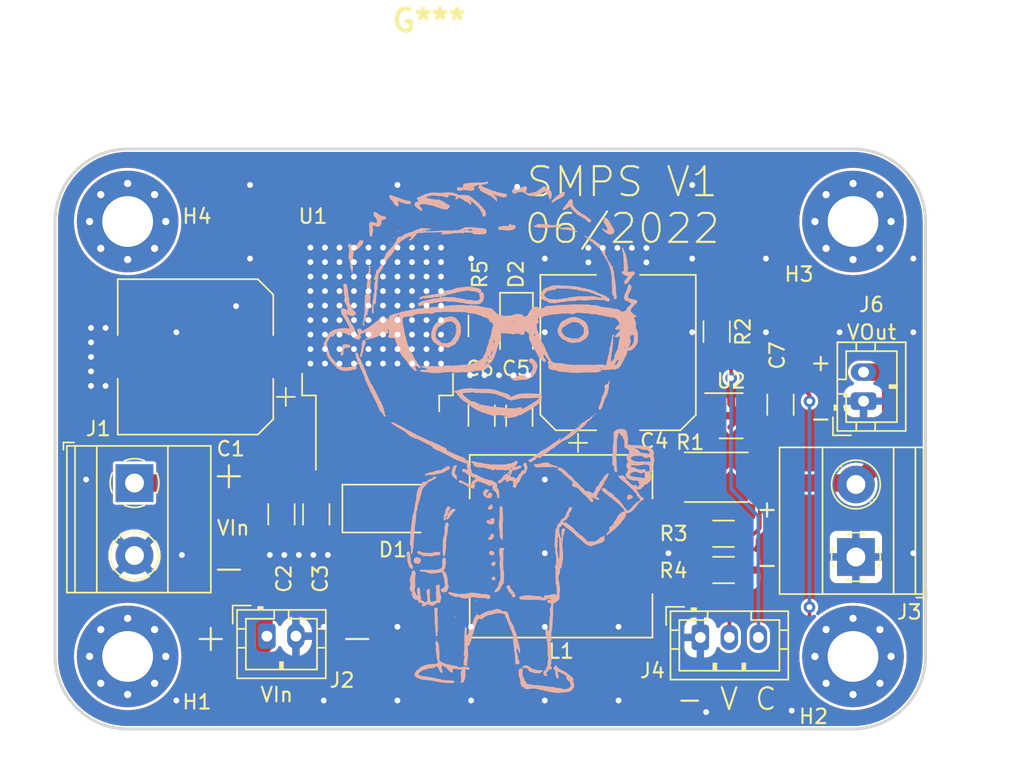
<source format=kicad_pcb>
(kicad_pcb (version 20211014) (generator pcbnew)
  (layers (0 "F.Cu" signal) (31 "B.Cu" signal) (34 "B.Paste" user) (35 "F.Paste" user) (36 "B.SilkS" user "B.Silkscreen") (37 "F.SilkS" user "F.Silkscreen") (38 "B.Mask" user) (39 "F.Mask" user) (44 "Edge.Cuts" user))
  (net 0 "")
  (net 1 "GND")
  (net 2 "Net-(C4-Pad1)")
  (net 3 "Net-(D1-Pad1)")
  (net 4 "Net-(J3-Pad2)")
  (net 5 "Net-(D2-Pad1)")
  (net 6 "VS")
  (net 7 "VOLT_SENSE")
  (net 8 "CURRENT_SENSE")
  (footprint "Capacitor_SMD:C_1206_3216Metric" (layer "F.Cu") (at 129.4 138.4 90)
    (fp_text reference "C6" (at 3.2612 -0.1236 180) (layer "F.SilkS"))
    (fp_text value "10nF")
    (pad "1" smd roundrect (at -1.475 0 90) (size 1.15 1.8) (layers "F.Cu" "F.Paste" "F.Mask") (roundrect_rratio 0.2173913043) (net 2 "Net-(C4-Pad1)"))
    (pad "2" smd roundrect (at 1.475 0 90) (size 1.15 1.8) (layers "F.Cu" "F.Paste" "F.Mask") (roundrect_rratio 0.2173913043) (net 1 "GND"))
  )
  (footprint "Connector_JST:JST_PH_B2B-PH-K_1x02_P2.00mm_Vertical" (layer "F.Cu") (at 114.6 153.6)
    (fp_text reference "J2" (at 5.1764 3.0388) (layer "F.SilkS"))
    (fp_text value "Conn_01x02_Male")
    (pad "1" thru_hole roundrect (at 0 0) (size 1.2 1.75) (drill 0.75) (layers *.Cu *.Mask) (roundrect_rratio 0.2083333333) (net 6 "VS"))
    (pad "2" thru_hole oval (at 2 0) (size 1.2 1.75) (drill 0.75) (layers *.Cu *.Mask) (net 1 "GND"))
  )
  (footprint "Capacitor_SMD:CP_Elec_10x12.5" (layer "F.Cu") (at 109.6764 134.3388 180)
    (fp_text reference "C1" (at -2.4264 -6.3388 180) (layer "F.SilkS"))
    (fp_text value "680uF")
    (pad "1" smd roundrect (at -4.2 0 180) (size 4.4 2.5) (layers "F.Cu" "F.Paste" "F.Mask") (roundrect_rratio 0.1) (net 6 "VS"))
    (pad "2" smd roundrect (at 4.2 0 180) (size 4.4 2.5) (layers "F.Cu" "F.Paste" "F.Mask") (roundrect_rratio 0.1) (net 1 "GND"))
  )
  (footprint "MountingHole:MountingHole_3.5mm_Pad_Via" (layer "F.Cu") (at 155 125)
    (fp_text reference "H3" (at -3.7236 3.6388) (layer "F.SilkS"))
    (fp_text value "MountingHole")
    (pad "1" thru_hole circle locked (at 0 -2.625) (size 0.8 0.8) (drill 0.5) (layers *.Cu *.Mask))
    (pad "1" thru_hole circle locked (at 0 2.625) (size 0.8 0.8) (drill 0.5) (layers *.Cu *.Mask))
    (pad "1" thru_hole circle locked (at -1.856155 1.856155) (size 0.8 0.8) (drill 0.5) (layers *.Cu *.Mask))
    (pad "1" thru_hole circle locked (at -2.625 0) (size 0.8 0.8) (drill 0.5) (layers *.Cu *.Mask))
    (pad "1" thru_hole circle locked (at 1.856155 -1.856155) (size 0.8 0.8) (drill 0.5) (layers *.Cu *.Mask))
    (pad "1" thru_hole circle locked (at 0 0) (size 7 7) (drill 3.5) (layers *.Cu *.Mask))
    (pad "1" thru_hole circle locked (at 1.856155 1.856155) (size 0.8 0.8) (drill 0.5) (layers *.Cu *.Mask))
    (pad "1" thru_hole circle locked (at 2.625 0) (size 0.8 0.8) (drill 0.5) (layers *.Cu *.Mask))
    (pad "1" thru_hole circle locked (at -1.856155 -1.856155) (size 0.8 0.8) (drill 0.5) (layers *.Cu *.Mask))
  )
  (footprint "Capacitor_SMD:C_1206_3216Metric" (layer "F.Cu") (at 150 137.6388 -90)
    (fp_text reference "C7" (at -3.4 0.2236 90) (layer "F.SilkS"))
    (fp_text value "100nF")
    (pad "1" smd roundrect (at -1.475 0 270) (size 1.15 1.8) (layers "F.Cu" "F.Paste" "F.Mask") (roundrect_rratio 0.2173913043) (net 6 "VS"))
    (pad "2" smd roundrect (at 1.475 0 270) (size 1.15 1.8) (layers "F.Cu" "F.Paste" "F.Mask") (roundrect_rratio 0.2173913043) (net 1 "GND"))
  )
  (footprint "MountingHole:MountingHole_3.5mm_Pad_Via" (layer "F.Cu") (at 155 155)
    (fp_text reference "H2" (at -2.7236 4.1388) (layer "F.SilkS"))
    (fp_text value "MountingHole")
    (pad "1" thru_hole circle locked (at 0 0) (size 7 7) (drill 3.5) (layers *.Cu *.Mask))
    (pad "1" thru_hole circle locked (at 0 2.625) (size 0.8 0.8) (drill 0.5) (layers *.Cu *.Mask))
    (pad "1" thru_hole circle locked (at -2.625 0) (size 0.8 0.8) (drill 0.5) (layers *.Cu *.Mask))
    (pad "1" thru_hole circle locked (at 2.625 0) (size 0.8 0.8) (drill 0.5) (layers *.Cu *.Mask))
    (pad "1" thru_hole circle locked (at 1.856155 1.856155) (size 0.8 0.8) (drill 0.5) (layers *.Cu *.Mask))
    (pad "1" thru_hole circle locked (at -1.856155 1.856155) (size 0.8 0.8) (drill 0.5) (layers *.Cu *.Mask))
    (pad "1" thru_hole circle locked (at 1.856155 -1.856155) (size 0.8 0.8) (drill 0.5) (layers *.Cu *.Mask))
    (pad "1" thru_hole circle locked (at 0 -2.625) (size 0.8 0.8) (drill 0.5) (layers *.Cu *.Mask))
    (pad "1" thru_hole circle locked (at -1.856155 -1.856155) (size 0.8 0.8) (drill 0.5) (layers *.Cu *.Mask))
  )
  (footprint "Capacitor_SMD:CP_Elec_10x10.5" (layer "F.Cu") (at 138.8064 134.0413 90)
    (fp_text reference "C4" (at -6.0975 2.4936 180) (layer "F.SilkS"))
    (fp_text value "220uF")
    (pad "1" smd roundrect (at -4.2 0 90) (size 4.4 2.5) (layers "F.Cu" "F.Paste" "F.Mask") (roundrect_rratio 0.1) (net 2 "Net-(C4-Pad1)"))
    (pad "2" smd roundrect (at 4.2 0 90) (size 4.4 2.5) (layers "F.Cu" "F.Paste" "F.Mask") (roundrect_rratio 0.1) (net 1 "GND"))
  )
  (footprint "Resistor_SMD:R_1206_3216Metric" (layer "F.Cu") (at 146.0764 149.0388 180)
    (fp_text reference "R4" (at 3.46 -0.04) (layer "F.SilkS"))
    (fp_text value "100K")
    (pad "1" smd roundrect (at -1.4625 0 180) (size 1.125 1.75) (layers "F.Cu" "F.Paste" "F.Mask") (roundrect_rratio 0.2222222222) (net 1 "GND"))
    (pad "2" smd roundrect (at 1.4625 0 180) (size 1.125 1.75) (layers "F.Cu" "F.Paste" "F.Mask") (roundrect_rratio 0.2222222222) (net 7 "VOLT_SENSE"))
  )
  (footprint "Capacitor_SMD:C_1206_3216Metric" (layer "F.Cu") (at 115.6 145.2 -90)
    (fp_text reference "C2" (at 4.4388 -0.1764 90) (layer "F.SilkS"))
    (fp_text value "100nF")
    (pad "1" smd roundrect (at -1.475 0 270) (size 1.15 1.8) (layers "F.Cu" "F.Paste" "F.Mask") (roundrect_rratio 0.2173913043) (net 6 "VS"))
    (pad "2" smd roundrect (at 1.475 0 270) (size 1.15 1.8) (layers "F.Cu" "F.Paste" "F.Mask") (roundrect_rratio 0.2173913043) (net 1 "GND"))
  )
  (footprint "TerminalBlock_Phoenix:TerminalBlock_Phoenix_MKDS-1,5-2_1x02_P5.00mm_Horizontal" (layer "F.Cu") (at 155.2 148.14 90)
    (fp_text reference "J3" (at -3.7988 3.6764 180) (layer "F.SilkS"))
    (fp_text value "Screw_Terminal_01x02")
    (pad "1" thru_hole rect (at 0 0 90) (size 2.6 2.6) (drill 1.3) (layers *.Cu *.Mask) (net 1 "GND"))
    (pad "2" thru_hole circle (at 5 0 90) (size 2.6 2.6) (drill 1.3) (layers *.Cu *.Mask) (net 4 "Net-(J3-Pad2)"))
  )
  (footprint "Package_TO_SOT_SMD:TO-263-5_TabPin3" (layer "F.Cu") (at 122.225 134.05 90)
    (fp_text reference "U1" (at 9.4112 -4.4486 180) (layer "F.SilkS"))
    (fp_text value "LM2596S-3.3")
    (pad "1" smd rect (at -5.775 -3.4 90) (size 4.6 1.1) (layers "F.Cu" "F.Paste" "F.Mask") (net 6 "VS"))
    (pad "2" smd rect (at -5.775 -1.7 90) (size 4.6 1.1) (layers "F.Cu" "F.Paste" "F.Mask") (net 3 "Net-(D1-Pad1)"))
    (pad "3" smd rect (at -5.775 0 90) (size 4.6 1.1) (layers "F.Cu" "F.Paste" "F.Mask") (net 1 "GND"))
    (pad "3" smd rect (at 3.375 0 90) (size 9.4 10.8) (layers "F.Cu" "F.Mask") (net 1 "GND"))
    (pad "4" smd rect (at -5.775 1.7 90) (size 4.6 1.1) (layers "F.Cu" "F.Paste" "F.Mask") (net 2 "Net-(C4-Pad1)"))
    (pad "5" smd rect (at -5.775 3.4 90) (size 4.6 1.1) (layers "F.Cu" "F.Paste" "F.Mask") (net 1 "GND"))
  )
  (footprint "Resistor_SMD:R_1206_3216Metric" (layer "F.Cu") (at 129.4 132.2 90)
    (fp_text reference "R5" (at 3.5612 -0.1236 90) (layer "F.SilkS"))
    (fp_text value "330")
    (pad "1" smd roundrect (at -1.4625 0 90) (size 1.125 1.75) (layers "F.Cu" "F.Paste" "F.Mask") (roundrect_rratio 0.2222222222) (net 1 "GND"))
    (pad "2" smd roundrect (at 1.4625 0 90) (size 1.125 1.75) (layers "F.Cu" "F.Paste" "F.Mask") (roundrect_rratio 0.2222222222) (net 5 "Net-(D2-Pad1)"))
  )
  (footprint "Connector_JST:JST_PH_B3B-PH-K_1x03_P2.00mm_Vertical" (layer "F.Cu") (at 144.4764 153.6888)
    (fp_text reference "J4" (at -3.3 2.2888) (layer "F.SilkS"))
    (fp_text value "Conn_01x03_Male")
    (pad "1" thru_hole roundrect (at 0 0) (size 1.2 1.75) (drill 0.75) (layers *.Cu *.Mask) (roundrect_rratio 0.2083333333) (net 1 "GND"))
    (pad "2" thru_hole oval (at 2 0) (size 1.2 1.75) (drill 0.75) (layers *.Cu *.Mask) (net 7 "VOLT_SENSE"))
    (pad "3" thru_hole oval (at 4 0) (size 1.2 1.75) (drill 0.75) (layers *.Cu *.Mask) (net 8 "CURRENT_SENSE"))
  )
  (footprint "Resistor_SMD:R_1206_3216Metric" (layer "F.Cu") (at 146.0764 146.5388)
    (fp_text reference "R3" (at -3.44 -0.01) (layer "F.SilkS"))
    (fp_text value "100K")
    (pad "1" smd roundrect (at -1.4625 0) (size 1.125 1.75) (layers "F.Cu" "F.Paste" "F.Mask") (roundrect_rratio 0.2222222222) (net 7 "VOLT_SENSE"))
    (pad "2" smd roundrect (at 1.4625 0) (size 1.125 1.75) (layers "F.Cu" "F.Paste" "F.Mask") (roundrect_rratio 0.2222222222) (net 4 "Net-(J3-Pad2)"))
  )
  (footprint "Resistor_SMD:R_1206_3216Metric" (layer "F.Cu") (at 145.6 132.6 -90)
    (fp_text reference "R2" (at 0 -1.82 90) (layer "F.SilkS"))
    (fp_text value "10K")
    (pad "1" smd roundrect (at -1.4625 0 270) (size 1.125 1.75) (layers "F.Cu" "F.Paste" "F.Mask") (roundrect_rratio 0.2222222222) (net 1 "GND"))
    (pad "2" smd roundrect (at 1.4625 0 270) (size 1.125 1.75) (layers "F.Cu" "F.Paste" "F.Mask") (roundrect_rratio 0.2222222222) (net 8 "CURRENT_SENSE"))
  )
  (footprint "Package_TO_SOT_SMD:SOT-23-5" (layer "F.Cu") (at 146.6 138.4)
    (fp_text reference "U2" (at 0 -2.4) (layer "F.SilkS"))
    (fp_text value "INA169")
    (pad "1" smd roundrect (at -1.1375 -0.95) (size 1.325 0.6) (layers "F.Cu" "F.Paste" "F.Mask") (net 8 "CURRENT_SENSE"))
    (pad "2" smd roundrect (at -1.1375 0) (size 1.325 0.6) (layers "F.Cu" "F.Paste" "F.Mask") (net 1 "GND"))
    (pad "3" smd roundrect (at -1.1375 0.95) (size 1.325 0.6) (layers "F.Cu" "F.Paste" "F.Mask") (net 2 "Net-(C4-Pad1)"))
    (pad "4" smd roundrect (at 1.1375 0.95) (size 1.325 0.6) (layers "F.Cu" "F.Paste" "F.Mask") (net 4 "Net-(J3-Pad2)"))
    (pad "5" smd roundrect (at 1.1375 -0.95) (size 1.325 0.6) (layers "F.Cu" "F.Paste" "F.Mask") (net 6 "VS"))
  )
  (footprint "Resistor_SMD:R_2512_6332Metric" (layer "F.Cu") (at 145.5764 142.6388)
    (fp_text reference "R1" (at -1.8 -2.4) (layer "F.SilkS"))
    (fp_text value "0.1 2W")
    (pad "1" smd roundrect (at -2.9625 0) (size 1.225 3.35) (layers "F.Cu" "F.Paste" "F.Mask") (roundrect_rratio 0.2040816327) (net 2 "Net-(C4-Pad1)"))
    (pad "2" smd roundrect (at 2.9625 0) (size 1.225 3.35) (layers "F.Cu" "F.Paste" "F.Mask") (roundrect_rratio 0.2040816327) (net 4 "Net-(J3-Pad2)"))
  )
  (footprint "MountingHole:MountingHole_3.5mm_Pad_Via" (layer "F.Cu") (at 105 125)
    (fp_text reference "H4" (at 4.7764 -0.3612) (layer "F.SilkS"))
    (fp_text value "MountingHole")
    (pad "1" thru_hole circle locked (at 0 0) (size 7 7) (drill 3.5) (layers *.Cu *.Mask))
    (pad "1" thru_hole circle locked (at -2.625 0) (size 0.8 0.8) (drill 0.5) (layers *.Cu *.Mask))
    (pad "1" thru_hole circle locked (at 0 2.625) (size 0.8 0.8) (drill 0.5) (layers *.Cu *.Mask))
    (pad "1" thru_hole circle locked (at 2.625 0) (size 0.8 0.8) (drill 0.5) (layers *.Cu *.Mask))
    (pad "1" thru_hole circle locked (at 0 -2.625) (size 0.8 0.8) (drill 0.5) (layers *.Cu *.Mask))
    (pad "1" thru_hole circle locked (at 1.856155 -1.856155) (size 0.8 0.8) (drill 0.5) (layers *.Cu *.Mask))
    (pad "1" thru_hole circle locked (at -1.856155 1.856155) (size 0.8 0.8) (drill 0.5) (layers *.Cu *.Mask))
    (pad "1" thru_hole circle locked (at -1.856155 -1.856155) (size 0.8 0.8) (drill 0.5) (layers *.Cu *.Mask))
    (pad "1" thru_hole circle locked (at 1.856155 1.856155) (size 0.8 0.8) (drill 0.5) (layers *.Cu *.Mask))
  )
  (footprint "Diode_SMD:D_SMA" (layer "F.Cu") (at 123.2 144.8)
    (fp_text reference "D1" (at 0.0764 2.8388) (layer "F.SilkS"))
    (fp_text value "1N5821")
    (pad "1" smd rect (at -2 0) (size 2.5 1.8) (layers "F.Cu" "F.Paste" "F.Mask") (net 3 "Net-(D1-Pad1)"))
    (pad "2" smd rect (at 2 0) (size 2.5 1.8) (layers "F.Cu" "F.Paste" "F.Mask") (net 1 "GND"))
  )
  (footprint "LED_SMD:LED_1206_3216Metric" (layer "F.Cu") (at 131.8 132.2 -90)
    (fp_text reference "D2" (at -3.5612 0.0236 90) (layer "F.SilkS"))
    (fp_text value "LED")
    (pad "1" smd roundrect (at -1.4 0 270) (size 1.25 1.75) (layers "F.Cu" "F.Paste" "F.Mask") (roundrect_rratio 0.2) (net 5 "Net-(D2-Pad1)"))
    (pad "2" smd roundrect (at 1.4 0 270) (size 1.25 1.75) (layers "F.Cu" "F.Paste" "F.Mask") (roundrect_rratio 0.2) (net 2 "Net-(C4-Pad1)"))
  )
  (footprint "Inductor_SMD:L_12x12mm_H8mm" (layer "F.Cu") (at 134.8764 147.4)
    (fp_text reference "L1" (at 0 7.2388) (layer "F.SilkS"))
    (fp_text value "22uH")
    (pad "1" smd rect (at -4.95 0) (size 2.9 5.4) (layers "F.Cu" "F.Paste" "F.Mask") (net 3 "Net-(D1-Pad1)"))
    (pad "2" smd rect (at 4.95 0) (size 2.9 5.4) (layers "F.Cu" "F.Paste" "F.Mask") (net 2 "Net-(C4-Pad1)"))
  )
  (footprint "Connector_JST:JST_PH_B2B-PH-K_1x02_P2.00mm_Vertical" (layer "F.Cu") (at 155.7264 137.3888 90)
    (fp_text reference "J6" (at 6.6612 0.55 180) (layer "F.SilkS"))
    (fp_text value "Conn_01x02_Male")
    (pad "1" thru_hole roundrect (at 0 0 90) (size 1.2 1.75) (drill 0.75) (layers *.Cu *.Mask) (roundrect_rratio 0.2083333333) (net 1 "GND"))
    (pad "2" thru_hole oval (at 2 0 90) (size 1.2 1.75) (drill 0.75) (layers *.Cu *.Mask) (net 4 "Net-(J3-Pad2)"))
  )
  (footprint "Capacitor_SMD:C_1206_3216Metric" (layer "F.Cu") (at 132 138.4 90)
    (fp_text reference "C5" (at 3.2612 -0.2236 180) (layer "F.SilkS"))
    (fp_text value "100nF")
    (pad "1" smd roundrect (at -1.475 0 90) (size 1.15 1.8) (layers "F.Cu" "F.Paste" "F.Mask") (roundrect_rratio 0.2173913043) (net 2 "Net-(C4-Pad1)"))
    (pad "2" smd roundrect (at 1.475 0 90) (size 1.15 1.8) (layers "F.Cu" "F.Paste" "F.Mask") (roundrect_rratio 0.2173913043) (net 1 "GND"))
  )
  (footprint "MountingHole:MountingHole_3.5mm_Pad_Via" (layer "F.Cu") (at 105 155)
    (fp_text reference "H1" (at 4.7764 3.1388) (layer "F.SilkS"))
    (fp_text value "MountingHole")
    (pad "1" thru_hole circle locked (at 0 0) (size 7 7) (drill 3.5) (layers *.Cu *.Mask))
    (pad "1" thru_hole circle locked (at 0 2.625) (size 0.8 0.8) (drill 0.5) (layers *.Cu *.Mask))
    (pad "1" thru_hole circle locked (at -1.856155 1.856155) (size 0.8 0.8) (drill 0.5) (layers *.Cu *.Mask))
    (pad "1" thru_hole circle locked (at 1.856155 1.856155) (size 0.8 0.8) (drill 0.5) (layers *.Cu *.Mask))
    (pad "1" thru_hole circle locked (at 0 -2.625) (size 0.8 0.8) (drill 0.5) (layers *.Cu *.Mask))
    (pad "1" thru_hole circle locked (at -1.856155 -1.856155) (size 0.8 0.8) (drill 0.5) (layers *.Cu *.Mask))
    (pad "1" thru_hole circle locked (at 1.856155 -1.856155) (size 0.8 0.8) (drill 0.5) (layers *.Cu *.Mask))
    (pad "1" thru_hole circle locked (at -2.625 0) (size 0.8 0.8) (drill 0.5) (layers *.Cu *.Mask))
    (pad "1" thru_hole circle locked (at 2.625 0) (size 0.8 0.8) (drill 0.5) (layers *.Cu *.Mask))
  )
  (footprint "TerminalBlock_Phoenix:TerminalBlock_Phoenix_MKDS-1,5-2_1x02_P5.00mm_Horizontal" (layer "F.Cu") (at 105.4714 143.0388 -90)
    (fp_text reference "J1" (at -3.75 2.495) (layer "F.SilkS"))
    (fp_text value "Screw_Terminal_01x02")
    (pad "1" thru_hole rect (at 0 0 270) (size 2.6 2.6) (drill 1.3) (layers *.Cu *.Mask) (net 6 "VS"))
    (pad "2" thru_hole circle (at 5 0 270) (size 2.6 2.6) (drill 1.3) (layers *.Cu *.Mask) (net 1 "GND"))
  )
  (footprint "Capacitor_SMD:C_1206_3216Metric" (layer "F.Cu") (at 118 145.2 -90)
    (fp_text reference "C3" (at 4.4388 -0.2764 90) (layer "F.SilkS"))
    (fp_text value "10nF")
    (pad "1" smd roundrect (at -1.475 0 270) (size 1.15 1.8) (layers "F.Cu" "F.Paste" "F.Mask") (roundrect_rratio 0.2173913043) (net 6 "VS"))
    (pad "2" smd roundrect (at 1.475 0 270) (size 1.15 1.8) (layers "F.Cu" "F.Paste" "F.Mask") (roundrect_rratio 0.2173913043) (net 1 "GND"))
  )
  (footprint "LOGO" (layer "B.Cu") (at 130.2004 140.3858 180)
    (fp_text reference "G***" (at 4.424 29.247) (layer "F.SilkS") (effects (font (size 1.524 1.524) (thickness 0.3))))
    (fp_text value "LOGO" hide)
  )
  (gr_line locked (start 105 160) (end 155 160) (layer "Edge.Cuts") (width 0.2))
  (gr_line locked (start 160 155) (end 160 125) (layer "Edge.Cuts") (width 0.2))
  (gr_arc locked (start 160 155) (mid 158.535534 158.535534) (end 155 160) (layer "Edge.Cuts") (width 0.2))
  (gr_arc locked (start 155 120) (mid 158.535534 121.464466) (end 160 125) (layer "Edge.Cuts") (width 0.2))
  (gr_arc locked (start 105 160) (mid 101.464466 158.535534) (end 100 155) (layer "Edge.Cuts") (width 0.2))
  (gr_line locked (start 100 155) (end 100 125) (layer "Edge.Cuts") (width 0.2))
  (gr_line locked (start 105 120) (end 155 120) (layer "Edge.Cuts") (width 0.2))
  (gr_arc locked (start 100 125) (mid 101.464466 121.464466) (end 105 120) (layer "Edge.Cuts") (width 0.2))
  (gr_text "SMPS V1\n06/2022\n" (at 139.0904 123.8758) (layer "F.SilkS") (effects (font (size 2 2))))
  (gr_text "- V C" (at 146.2764 157.9388) (layer "F.SilkS") (effects (font (size 1.5 1.5))))
  (gr_text "VIn" (at 115.2764 157.6388) (layer "F.SilkS") (effects (font (size 1 1))))
  (gr_text "+\n\n-" (at 152.7764 136.6388) (layer "F.SilkS") (effects (font (size 1.2 1.2))))
  (gr_text "VOut" (at 156.2764 132.6388) (layer "F.SilkS") (effects (font (size 1 1))))
  (gr_text "VIn" (at 112.2764 146.1388) (layer "F.SilkS") (effects (font (size 1 1))))
  (gr_text "+\n\n-" (at 149.0764 146.7388) (layer "F.SilkS") (effects (font (size 1.2 1.2))))
  (gr_text "+\n\n-" (at 111.9764 145.6388) (layer "F.SilkS") (effects (font (size 2 2))))
  (gr_text "+     -" (at 115.7764 153.6388) (layer "F.SilkS") (effects (font (size 2 2))))
  (segment (start 122.225 139.825) (end 122.225 130.675) (width 1.2) (layer "F.Cu") (net 1))
  (segment (start 125.625 139.825) (end 125.625 134.075) (width 1.2) (layer "F.Cu") (net 1))
  (segment (start 125.625 134.075) (end 122.225 130.675) (width 0.25) (layer "F.Cu") (net 1))
  (via (at 125.6 129.8) (size 0.8) (drill 0.4) (layers "F.Cu" "B.Cu") (net 1))
  (via (at 124.6 129.8) (size 0.8) (drill 0.4) (layers "F.Cu" "B.Cu") (net 1))
  (via (at 122.6 127.8) (size 0.8) (drill 0.4) (layers "F.Cu" "B.Cu") (net 1))
  (via (at 123.6 132.8) (size 0.8) (drill 0.4) (layers "F.Cu" "B.Cu") (net 1))
  (via (at 126.6 134.8) (size 0.8) (drill 0.4) (layers "F.Cu" "B.Cu") (net 1))
  (via (at 119.6 134.8) (size 0.8) (drill 0.4) (layers "F.Cu" "B.Cu") (net 1))
  (via (at 131.6 135.6) (size 0.8) (drill 0.4) (layers "F.Cu" "B.Cu") (net 1))
  (via (at 117.6 127.8) (size 0.8) (drill 0.4) (layers "F.Cu" "B.Cu") (net 1))
  (via (at 115.8 148) (size 0.8) (drill 0.4) (layers "F.Cu" "B.Cu") (net 1))
  (via (at 128.6764 127.5588) (size 0.8) (drill 0.4) (layers "F.Cu" "B.Cu") (net 1))
  (via (at 137.7564 126.8188) (size 0.8) (drill 0.4) (layers "F.Cu" "B.Cu") (net 1))
  (via (at 118.6 132.8) (size 0.8) (drill 0.4) (layers "F.Cu" "B.Cu") (net 1))
  (via (at 133.7564 127.5588) (size 0.8) (drill 0.4) (layers "F.Cu" "B.Cu") (net 1))
  (via (at 119.6 130.8) (size 0.8) (drill 0.4) (layers "F.Cu" "B.Cu") (net 1))
  (via (at 130.6 135.6) (size 0.8) (drill 0.4) (layers "F.Cu" "B.Cu") (net 1))
  (via (at 138.8364 158.0388) (size 0.8) (drill 0.4) (layers "F.Cu" "B.Cu") (net 1))
  (via (at 117.6 126.8) (size 0.8) (drill 0.4) (layers "F.Cu" "B.Cu") (net 1))
  (via (at 122.6 130.8) (size 0.8) (drill 0.4) (layers "F.Cu" "B.Cu") (net 1))
  (via (at 117.6 132.8) (size 0.8) (drill 0.4) (layers "F.Cu" "B.Cu") (net 1))
  (via (at 125.6 130.8) (size 0.8) (drill 0.4) (layers "F.Cu" "B.Cu") (net 1))
  (via (at 122.6 126.8) (size 0.8) (drill 0.4) (layers "F.Cu" "B.Cu") (net 1))
  (via (at 123.6 130.8) (size 0.8) (drill 0.4) (layers "F.Cu" "B.Cu") (net 1))
  (via (at 123.6 134.8) (size 0.8) (drill 0.4) (layers "F.Cu" "B.Cu") (net 1))
  (via (at 126.6 128.8) (size 0.8) (drill 0.4) (layers "F.Cu" "B.Cu") (net 1))
  (via (at 121.6 129.8) (size 0.8) (drill 0.4) (layers "F.Cu" "B.Cu") (net 1))
  (via (at 103.4764 132.3388) (size 0.8) (drill 0.4) (layers "F.Cu" "B.Cu") (net 1))
  (via (at 102.4764 136.3388) (size 0.8) (drill 0.4) (layers "F.Cu" "B.Cu") (net 1))
  (via (at 120.6 132.8) (size 0.8) (drill 0.4) (layers "F.Cu" "B.Cu") (net 1))
  (via (at 118.6 134.8) (size 0.8) (drill 0.4) (layers "F.Cu" "B.Cu") (net 1))
  (via (at 117.6 134.8) (size 0.8) (drill 0.4) (layers "F.Cu" "B.Cu") (net 1))
  (via (at 136.7564 126.8188) (size 0.8) (drill 0.4) (layers "F.Cu" "B.Cu") (net 1))
  (via (at 123.6 127.8) (size 0.8) (drill 0.4) (layers "F.Cu" "B.Cu") (net 1))
  (via (at 119.6 128.8) (size 0.8) (drill 0.4) (layers "F.Cu" "B.Cu") (net 1))
  (via (at 123.6 131.8) (size 0.8) (drill 0.4) (layers "F.Cu" "B.Cu") (net 1))
  (via (at 159.1564 132.6388) (size 0.8) (drill 0.4) (layers "F.Cu" "B.Cu") (net 1))
  (via (at 117.8 148) (size 0.8) (drill 0.4) (layers "F.Cu" "B.Cu") (net 1))
  (via (at 102.1334 142.7988) (size 0.8) (drill 0.4) (layers "F.Cu" "B.Cu") (net 1))
  (via (at 125.6 133.8) (size 0.8) (drill 0.4) (layers "F.Cu" "B.Cu") (net 1))
  (via (at 125.6 127.8) (size 0.8) (drill 0.4) (layers "F.Cu" "B.Cu") (net 1))
  (via (at 120.6 130.8) (size 0.8) (drill 0.4) (layers "F.Cu" "B.Cu") (net 1))
  (via (at 121.6 131.8) (size 0.8) (drill 0.4) (layers "F.Cu" "B.Cu") (net 1))
  (via (at 123.5964 152.9588) (size 0.8) (drill 0.4) (layers "F.Cu" "B.Cu") (net 1))
  (via (at 117.6 133.8) (size 0.8) (drill 0.4) (layers "F.Cu" "B.Cu") (net 1))
  (via (at 121.6 130.8) (size 0.8) (drill 0.4) (layers "F.Cu" "B.Cu") (net 1))
  (via (at 103.4764 136.3388) (size 0.8) (drill 0.4) (layers "F.Cu" "B.Cu") (net 1))
  (via (at 108.3564 132.6388) (size 0.8) (drill 0.4) (layers "F.Cu" "B.Cu") (net 1))
  (via (at 118.6 133.8) (size 0.8) (drill 0.4) (layers "F.Cu" "B.Cu") (net 1))
  (via (at 133.7564 152.9588) (size 0.8) (drill 0.4) (layers "F.Cu" "B.Cu") (net 1))
  (via (at 126.6 130.8) (size 0.8) (drill 0.4) (layers "F.Cu" "B.Cu") (net 1))
  (via (at 140.7564 126.8188) (size 0.8) (drill 0.4) (layers "F.Cu" "B.Cu") (net 1))
  (via (at 133.7564 158.0388) (size 0.8) (drill 0.4) (layers "F.Cu" "B.Cu") (net 1))
  (via (at 140.7564 127.8188) (size 0.8) (drill 0.4) (layers "F.Cu" "B.Cu") (net 1))
  (via (at 121.6 126.8) (size 0.8) (drill 0.4) (layers "F.Cu" "B.Cu") (net 1))
  (via (at 148.9964 127.5588) (size 0.8) (drill 0.4) (layers "F.Cu" "B.Cu") (net 1))
  (via (at 124.6 132.8) (size 0.8) (drill 0.4) (layers "F.Cu" "B.Cu") (net 1))
  (via (at 150.7764 158.7388) (size 0.8) (drill 0.4) (layers "F.Cu" "B.Cu") (net 1))
  (via (at 118.6 129.8) (size 0.8) (drill 0.4) (layers "F.Cu" "B.Cu") (net 1))
  (via (at 126.6 133.8) (size 0.8) (drill 0.4) (layers "F.Cu" "B.Cu") (net 1))
  (via (at 123.6 126.8) (size 0.8) (drill 0.4) (layers "F.Cu" "B.Cu") (net 1))
  (via (at 123.5964 158.0388) (size 0.8) (drill 0.4) (layers "F.Cu" "B.Cu") (net 1))
  (via (at 119.6 127.8) (size 0.8) (drill 0.4) (layers "F.Cu" "B.Cu") (net 1))
  (via (at 124.6 133.8) (size 0.8) (drill 0.4) (layers "F.Cu" "B.Cu") (net 1))
  (via (at 123.6 133.8) (size 0.8) (drill 0.4) (layers "F.Cu" "B.Cu") (net 1))
  (via (at 143.9164 122.4788) (size 0.8) (drill 0.4) (layers "F.Cu" "B.Cu") (net 1))
  (via (at 138.8364 152.9588) (size 0.8) (drill 0.4) (layers "F.Cu" "B.Cu") (net 1))
  (via (at 117.6 130.8) (size 0.8) (drill 0.4) (layers "F.Cu" "B.Cu") (net 1))
  (via (at 120.6 126.8) (size 0.8) (drill 0.4) (layers "F.Cu" "B.Cu") (net 1))
  (via (at 125.6 126.8) (size 0.8) (drill 0.4) (layers "F.Cu" "B.Cu") (net 1))
  (via (at 123.6 129.8) (size 0.8) (drill 0.4) (layers "F.Cu" "B.Cu") (net 1))
  (via (at 119.6 129.8) (size 0.8) (drill 0.4) (layers "F.Cu" "B.Cu") (net 1))
  (via (at 126.6 131.8) (size 0.8) (drill 0.4) (layers "F.Cu" "B.Cu") (net 1))
  (via (at 144.8764 158.8388) (size 0.8) (drill 0.4) (layers "F.Cu" "B.Cu") (net 1))
  (via (at 119.6 132.8) (size 0.8) (drill 0.4) (layers "F.Cu" "B.Cu") (net 1))
  (via (at 118.5164 152.9588) (size 0.8) (drill 0.4) (layers "F.Cu" "B.Cu") (net 1))
  (via (at 124.6 130.8) (size 0.8) (drill 0.4) (layers "F.Cu" "B.Cu") (net 1))
  (via (at 102.4764 132.3388) (size 0.8) (drill 0.4) (layers "F.Cu" "B.Cu") (net 1))
  (via (at 118.6 130.8) (size 0.8) (drill 0.4) (layers "F.Cu" "B.Cu") (net 1))
  (via (at 119.6 131.8) (size 0.8) (drill 0.4) (layers "F.Cu" "B.Cu") (net 1))
  (via (at 133.7564 142.7988) (size 0.8) (drill 0.4) (layers "F.Cu" "B.Cu") (net 1))
  (via (at 114.8 148) (size 0.8) (drill 0.4) (layers "F.Cu" "B.Cu") (net 1))
  (via (at 128.6764 152.9588) (size 0.8) (drill 0.4) (layers "F.Cu" "B.Cu") (net 1))
  (via (at 136.7564 127.8188) (size 0.8) (drill 0.4) (layers "F.Cu" "B.Cu") (net 1))
  (via (at 125.6 131.8) (size 0.8) (drill 0.4) (layers "F.Cu" "B.Cu") (net 1))
  (via (at 132.6 135.6) (size 0.8) (drill 0.4) (layers "F.Cu" "B.Cu") (net 1))
  (via (at 133.7564 132.6388) (size 0.8) (drill 0.4) (layers "F.Cu" "B.Cu") (net 1))
  (via (at 108.7374 148.0058) (size 0.8) (drill 0.4) (layers "F.Cu" "B.Cu") (net 1))
  (via (at 121.6 127.8) (size 0.8) (drill 0.4) (layers "F.Cu" "B.Cu") (net 1))
  (via (at 143.9164 127.5588) (size 0.8) (drill 0.4) (layers "F.Cu" "B.Cu") (net 1))
  (via (at 119.6 133.8) (size 0.8) (drill 0.4) (layers "F.Cu" "B.Cu") (net 1))
  (via (at 102.4764 135.3388) (size 0.8) (drill 0.4) (layers "F.Cu" "B.Cu") (net 1))
  (via (at 122.6 129.8) (size 0.8) (drill 0.4) (layers "F.Cu" "B.Cu") (net 1))
  (via (at 117.6 129.8) (size 0.8) (drill 0.4) (layers "F.Cu" "B.Cu") (net 1))
  (via (at 113.4364 127.5588) (size 0.8) (drill 0.4) (layers "F.Cu" "B.Cu") (net 1))
  (via (at 112.4764 130.8388) (size 0.8) (drill 0.4) (layers "F.Cu" "B.Cu") (net 1))
  (via (at 120.6 131.8) (size 0.8) (drill 0.4) (layers "F.Cu" "B.Cu") (net 1))
  (via (at 126.6 132.8) (size 0.8) (drill 0.4) (layers "F.Cu" "B.Cu") (net 1))
  (via (at 126.6 129.8) (size 0.8) (drill 0.4) (layers "F.Cu" "B.Cu") (net 1))
  (via (at 143.9164 132.6388) (size 0.8) (drill 0.4) (layers "F.Cu" "B.Cu") (net 1))
  (via (at 102.4764 133.3388) (size 0.8) (drill 0.4) (layers "F.Cu" "B.Cu") (net 1))
  (via (at 118.6 131.8) (size 0.8) (drill 0.4) (layers "F.Cu" "B.Cu") (net 1))
  (via (at 120.6 128.8) (size 0.8) (drill 0.4) (layers "F.Cu" "B.Cu") (net 1))
  (via (at 120.6 134.8) (size 0.8) (drill 0.4) (layers "F.Cu" "B.Cu") (net 1))
  (via (at 138.7564 126.8188) (size 0.8) (drill 0.4) (layers "F.Cu" "B.Cu") (net 1))
  (via (at 117.6 131.8) (size 0.8) (drill 0.4) (layers "F.Cu" "B.Cu") (net 1))
  (via (at 116.8 148) (size 0.8) (drill 0.4) (layers "F.Cu" "B.Cu") (net 1))
  (via (at 125.6 128.8) (size 0.8) (drill 0.4) (layers "F.Cu" "B.Cu") (net 1))
  (via (at 142.2764 147.8788) (size 0.8) (drill 0.4) (layers "F.Cu" "B.Cu") (net 1))
  (via (at 128.6764 158.0388) (size 0.8) (drill 0.4) (layers "F.Cu" "B.Cu") (net 1))
  (via (at 126.6 127.8) (size 0.8) (drill 0.4) (layers "F.Cu" "B.Cu") (net 1))
  (via (at 124.6 134.8) (size 0.8) (drill 0.4) (layers "F.Cu" "B.Cu") (net 1))
  (via (at 122.6 134.8) (size 0.8) (drill 0.4) (layers "F.Cu" "B.Cu") (net 1))
  (via (at 121.6 128.8) (size 0.8) (drill 0.4) (layers "F.Cu" "B.Cu") (net 1))
  (via (at 121.6 132.8) (size 0.8) (drill 0.4) (layers "F.Cu" "B.Cu") (net 1))
  (via (at 108.3564 158.0388) (size 0.8) (drill 0.4) (layers "F.Cu" "B.Cu") (net 1))
  (via (at 120.6 133.8) (size 0.8) (drill 0.4) (layers "F.Cu" "B.Cu") (net 1))
  (via (at 129.6 135.6) (size 0.8) (drill 0.4) (layers "F.Cu" "B.Cu") (net 1))
  (via (at 124.6 126.8) (size 0.8) (drill 0.4) (layers "F.Cu" "B.Cu") (net 1))
  (via (at 113.4364 122.4788) (size 0.8) (drill 0.4) (layers "F.Cu" "B.Cu") (net 1))
  (via (at 123.6 128.8) (size 0.8) (drill 0.4) (layers "F.Cu" "B.Cu") (net 1))
  (via (at 125.6 134.8) (size 0.8) (drill 0.4) (layers "F.Cu" "B.Cu") (net 1))
  (via (at 124.6 128.8) (size 0.8) (drill 0.4) (layers "F.Cu" "B.Cu") (net 1))
  (via (at 125.6 132.8) (size 0.8) (drill 0.4) (layers "F.Cu" "B.Cu") (net 1))
  (via (at 124.6 131.8) (size 0.8) (drill 0.4) (layers "F.Cu" "B.Cu") (net 1))
  (via (at 120.6 127.8) (size 0.8) (drill 0.4) (layers "F.Cu" "B.Cu") (net 1))
  (via (at 124.6 127.8) (size 0.8) (drill 0.4) (layers "F.Cu" "B.Cu") (net 1))
  (via (at 123.5964 122.4788) (size 0.8) (drill 0.4) (layers "F.Cu" "B.Cu") (net 1))
  (via (at 131.8514 122.6058) (size 0.8) (drill 0.4) (layers "F.Cu" "B.Cu") (net 1))
  (via (at 133.7564 147.8788) (size 0.8) (drill 0.4) (layers "F.Cu" "B.Cu") (net 1))
  (via (at 119.6 126.8) (size 0.8) (drill 0.4) (layers "F.Cu" "B.Cu") (net 1))
  (via (at 118.6 128.8) (size 0.8) (drill 0.4) (layers "F.Cu" "B.Cu") (net 1))
  (via (at 122.6 131.8) (size 0.8) (drill 0.4) (layers "F.Cu" "B.Cu") (net 1))
  (via (at 159.1564 147.8788) (size 0.8) (drill 0.4) (layers "F.Cu" "B.Cu") (net 1))
  (via (at 122.6 133.8) (size 0.8) (drill 0.4) (layers "F.Cu" "B.Cu") (net 1))
  (via (at 122.6 132.8) (size 0.8) (drill 0.4) (layers "F.Cu" "B.Cu") (net 1))
  (via (at 118.6 126.8) (size 0.8) (drill 0.4) (layers "F.Cu" "B.Cu") (net 1))
  (via (at 102.4764 134.3388) (size 0.8) (drill 0.4) (layers "F.Cu" "B.Cu") (net 1))
  (via (at 128.6 135.6) (size 0.8) (drill 0.4) (layers "F.Cu" "B.Cu") (net 1))
  (via (at 117.6 128.8) (size 0.8) (drill 0.4) (layers "F.Cu" "B.Cu") (net 1))
  (via (at 120.6 129.8) (size 0.8) (drill 0.4) (layers "F.Cu" "B.Cu") (net 1))
  (via (at 159.1564 127.5588) (size 0.8) (drill 0.4) (layers "F.Cu" "B.Cu") (net 1))
  (via (at 154.0764 132.6388) (size 0.8) (drill 0.4) (layers "F.Cu" "B.Cu") (net 1))
  (via (at 139.7564 126.8188) (size 0.8) (drill 0.4) (layers "F.Cu" "B.Cu") (net 1))
  (via (at 126.6 126.8) (size 0.8) (drill 0.4) (layers "F.Cu" "B.Cu") (net 1))
  (via (at 118.8 148) (size 0.8) (drill 0.4) (layers "F.Cu" "B.Cu") (net 1))
  (via (at 122.6 128.8) (size 0.8) (drill 0.4) (layers "F.Cu" "B.Cu") (net 1))
  (via (at 121.6 133.8) (size 0.8) (drill 0.4) (layers "F.Cu" "B.Cu") (net 1))
  (via (at 118.5164 158.0388) (size 0.8) (drill 0.4) (layers "F.Cu" "B.Cu") (net 1))
  (via (at 148.9964 132.6388) (size 0.8) (drill 0.4) (layers "F.Cu" "B.Cu") (net 1))
  (via (at 121.6 134.8) (size 0.8) (drill 0.4) (layers "F.Cu" "B.Cu") (net 1))
  (via (at 118.6 127.8) (size 0.8) (drill 0.4) (layers "F.Cu" "B.Cu") (net 1))
  (segment (start 138.8 138.2477) (end 138.2477 138.8) (width 1.2) (layer "F.Cu") (net 2))
  (segment (start 143.2764 142.8) (end 141.3 142.8) (width 1.2) (layer "F.Cu") (net 2))
  (segment (start 143.2764 142.8) (end 145.4352 142.8) (width 0.25) (layer "F.Cu") (net 2))
  (segment (start 139.95 147.4) (end 139.95 144.15) (width 1.2) (layer "F.Cu") (net 2))
  (segment (start 145.4352 142.8) (end 146.35048 141.88472) (width 0.25) (layer "F.Cu") (net 2))
  (segment (start 136.5796 147.4) (end 139.95 147.4) (width 0.25) (layer "F.Cu") (net 2))
  (segment (start 138.8 143) (end 138.8 138.2477) (width 1.2) (layer "F.Cu") (net 2))
  (segment (start 133.8 135.2) (end 136.4 137.8) (width 0.4) (layer "F.Cu") (net 2))
  (segment (start 136.4 137.8) (end 136.4 138.8) (width 0.4) (layer "F.Cu") (net 2))
  (segment (start 124.46 142.9512) (end 132.1308 142.9512) (width 0.25) (layer "F.Cu") (net 2))
  (segment (start 146.35048 139.72543) (end 145.97505 139.35) (width 0.25) (layer "F.Cu") (net 2))
  (segment (start 133.8 134.4) (end 133.8 135.2) (width 0.4) (layer "F.Cu") (net 2))
  (segment (start 139.95 144.15) (end 138.8 143) (width 1.2) (layer "F.Cu") (net 2))
  (segment (start 145.97505 139.35) (end 145.4625 139.35) (width 0.25) (layer "F.Cu") (net 2))
  (segment (start 123.925 142.4162) (end 124.46 142.9512) (width 0.25) (layer "F.Cu") (net 2))
  (segment (start 132.1308 142.9512) (end 136.5796 147.4) (width 0.25) (layer "F.Cu") (net 2))
  (segment (start 138.2477 138.8) (end 136.4 138.8) (width 1.2) (layer "F.Cu") (net 2))
  (segment (start 132 139.875) (end 129.4 139.875) (width 1.2) (layer "F.Cu") (net 2))
  (segment (start 123.925 139.825) (end 123.925 142.4162) (width 0.25) (layer "F.Cu") (net 2))
  (segment (start 133 133.6) (end 133.8 134.4) (width 0.4) (layer "F.Cu") (net 2))
  (segment (start 136.4 138.8) (end 135.325 139.875) (width 1.2) (layer "F.Cu") (net 2))
  (segment (start 141.3 142.8) (end 139.95 144.15) (width 1.2) (layer "F.Cu") (net 2))
  (segment (start 146.35048 141.88472) (end 146.35048 139.72543) (width 0.25) (layer "F.Cu") (net 2))
  (segment (start 135.325 139.875) (end 132 139.875) (width 1.2) (layer "F.Cu") (net 2))
  (segment (start 131.8 133.6) (end 133 133.6) (width 0.4) (layer "F.Cu") (net 2))
  (segment (start 120.525 144.325) (end 123.6 147.4) (width 1.2) (layer "F.Cu") (net 3))
  (segment (start 123.6 147.4) (end 129.9264 147.4) (width 1.2) (layer "F.Cu") (net 3))
  (segment (start 120.525 139.825) (end 120.525 144.325) (width 1.2) (layer "F.Cu") (net 3))
  (segment (start 155.3012 143.0388) (end 155.2 143.14) (width 1.2) (layer "F.Cu") (net 4))
  (segment (start 148.5764 143.0388) (end 155.3012 143.0388) (width 1.2) (layer "F.Cu") (net 4))
  (segment (start 148.5764 143.0388) (end 148.5764 146.1388) (width 0.25) (layer "F.Cu") (net 4))
  (segment (start 146.8 139.6152) (end 147.0652 139.35) (width 0.25) (layer "F.Cu") (net 4))
  (segment (start 146.8 141.9024) (end 146.8 139.6152) (width 0.25) (layer "F.Cu") (net 4))
  (segment (start 156.7764 135.3888) (end 155.7264 135.3888) (width 1.2) (layer "F.Cu") (net 4))
  (segment (start 148.5764 143.0388) (end 147.9364 143.0388) (width 0.25) (layer "F.Cu") (net 4))
  (segment (start 148.1764 146.5388) (end 147.5389 146.5388) (width 0.25) (layer "F.Cu") (net 4))
  (segment (start 157.6 140.74) (end 155.2 143.14) (width 1.2) (layer "F.Cu") (net 4))
  (segment (start 147.9364 143.0388) (end 146.8 141.9024) (width 0.25) (layer "F.Cu") (net 4))
  (segment (start 147.0652 139.35) (end 147.7375 139.35) (width 0.25) (layer "F.Cu") (net 4))
  (segment (start 157.6 136.2124) (end 157.6 140.74) (width 1.2) (layer "F.Cu") (net 4))
  (segment (start 148.5764 146.1388) (end 148.1764 146.5388) (width 0.25) (layer "F.Cu") (net 4))
  (segment (start 157.6 136.2124) (end 156.7764 135.3888) (width 1.2) (layer "F.Cu") (net 4))
  (segment (start 129.4625 130.8) (end 129.4 130.7375) (width 0.25) (layer "F.Cu") (net 5))
  (segment (start 131.8 130.8) (end 129.4625 130.8) (width 0.25) (layer "F.Cu") (net 5))
  (segment (start 149.0902 136.325) (end 151.3626 136.325) (width 0.25) (layer "F.Cu") (net 6))
  (segment (start 149.2 155.2) (end 152 152.4) (width 0.25) (layer "F.Cu") (net 6))
  (segment (start 114.4 154.2) (end 114.4 152.4) (width 0.25) (layer "F.Cu") (net 6))
  (segment (start 147.7375 137.45) (end 147.9652 137.45) (width 0.25) (layer "F.Cu") (net 6))
  (segment (start 143.3376 155.2) (end 149.2 155.2) (width 0.25) (layer "F.Cu") (net 6))
  (segment (start 152 152.4) (end 152 151.6) (width 0.25) (layer "F.Cu") (net 6))
  (segment (start 114.4 154.2) (end 114.4 151.2) (width 1.2) (layer "F.Cu") (net 6))
  (segment (start 113.8 142.1624) (end 115.3626 143.725) (width 1.2) (layer "F.Cu") (net 6))
  (segment (start 109.9788 143.0388) (end 112.6 145.66) (width 1.2) (layer "F.Cu") (net 6))
  (segment (start 114.4 152.4) (end 116 150.8) (width 0.25) (layer "F.Cu") (net 6))
  (segment (start 113.8 134.8) (end 113.8 142.1624) (width 1.2) (layer "F.Cu") (net 6))
  (segment (start 105.4714 143.0388) (end 109.9788 143.0388) (width 1.2) (layer "F.Cu") (net 6))
  (segment (start 151.3626 136.325) (end 152 136.9624) (width 0.25) (layer "F.Cu") (net 6))
  (segment (start 112.6 145.66) (end 112.6 144.5242) (width 1.2) (layer "F.Cu") (net 6))
  (segment (start 118.825 143.175) (end 118.825 139.825) (width 1.2) (layer "F.Cu") (net 6))
  (segment (start 112.6 144.5242) (end 113.3992 143.725) (width 1.2) (layer "F.Cu") (net 6))
  (segment (start 115 143.725) (end 118.275 143.725) (width 1.2) (layer "F.Cu") (net 6))
  (segment (start 138.9376 150.8) (end 143.3376 155.2) (width 0.25) (layer "F.Cu") (net 6))
  (segment (start 112.6 149.4) (end 112.6 145.66) (width 1.2) (layer "F.Cu") (net 6))
  (segment (start 114.4 151.2) (end 112.6 149.4) (width 1.2) (layer "F.Cu") (net 6))
  (segment (start 113.3992 143.725) (end 115 143.725) (width 1.2) (layer "F.Cu") (net 6))
  (segment (start 118.275 143.725) (end 118.825 143.175) (width 1.2) (layer "F.Cu") (net 6))
  (segment (start 152 136.9624) (end 152 137.4) (width 0.25) (layer "F.Cu") (net 6))
  (segment (start 116 150.8) (end 138.9376 150.8) (width 0.25) (layer "F.Cu") (net 6))
  (segment (start 147.9652 137.45) (end 149.0902 136.325) (width 0.25) (layer "F.Cu") (net 6))
  (segment (start 115.3626 143.725) (end 115.6 143.725) (width 1.2) (layer "F.Cu") (net 6))
  (via (at 152 137.4) (size 0.8) (drill 0.4) (layers "F.Cu" "B.Cu") (net 6))
  (via (at 152 151.6) (size 0.8) (drill 0.4) (layers "F.Cu" "B.Cu") (net 6))
  (segment (start 152 137.4) (end 152 151.6) (width 0.25) (layer "B.Cu") (net 6))
  (segment (start 146.4764 153.6888) (end 146.4764 151.8388) (width 0.25) (layer "F.Cu") (net 7))
  (segment (start 144.6139 149.9763) (end 144.6139 146.5388) (width 0.25) (layer "F.Cu") (net 7))
  (segment (start 146.4764 151.8388) (end 144.6139 149.9763) (width 0.25) (layer "F.Cu") (net 7))
  (segment (start 145.6 134.2) (end 146.6 135.2) (width 0.25) (layer "F.Cu") (net 8))
  (segment (start 145.4625 134.2) (end 145.6 134.0625) (width 0.25) (layer "F.Cu") (net 8))
  (segment (start 145.4625 137.45) (end 145.4625 134.2) (width 0.25) (layer "F.Cu") (net 8))
  (segment (start 146.6 135.2) (end 146.6 135.8) (width 0.25) (layer "F.Cu") (net 8))
  (segment (start 145.6 134.0625) (end 145.6 134.2) (width 0.25) (layer "F.Cu") (net 8))
  (via (at 146.6 135.8) (size 0.8) (drill 0.4) (layers "F.Cu" "B.Cu") (net 8))
  (segment (start 146.6 135.8) (end 146.6 143.4624) (width 0.25) (layer "B.Cu") (net 8))
  (segment (start 146.6 143.4624) (end 148.4764 145.3388) (width 0.25) (layer "B.Cu") (net 8))
  (segment (start 148.4764 145.3388) (end 148.4764 153.6888) (width 0.25) (layer "B.Cu") (net 8))
  (zone (net 1) (net_name "GND") (layers F&B.Cu) (name "GND") (connect_pads (clearance 0.2)) (min_thickness 0.254) (fill yes (thermal_gap 0.508) (thermal_bridge_width 0.508))
    (polygon (pts (xy 166.8 162.2) (xy 96.2 162) (xy 96.4 118.6) (xy 166.2 118.4) (xy 166.4 118.4)))
  )
)
</source>
